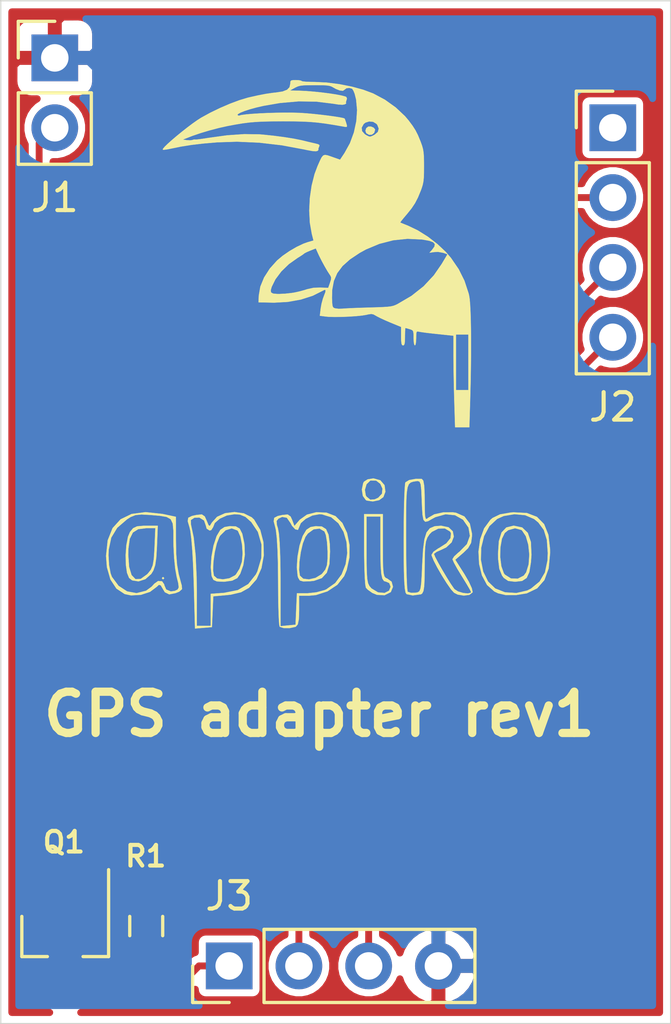
<source format=kicad_pcb>
(kicad_pcb (version 20171130) (host pcbnew 5.1.5-52549c5~84~ubuntu18.04.1)

  (general
    (thickness 1.6)
    (drawings 5)
    (tracks 25)
    (zones 0)
    (modules 7)
    (nets 8)
  )

  (page A4)
  (layers
    (0 F.Cu signal)
    (31 B.Cu signal)
    (32 B.Adhes user)
    (33 F.Adhes user)
    (34 B.Paste user)
    (35 F.Paste user)
    (36 B.SilkS user)
    (37 F.SilkS user)
    (38 B.Mask user)
    (39 F.Mask user)
    (40 Dwgs.User user)
    (41 Cmts.User user)
    (42 Eco1.User user)
    (43 Eco2.User user)
    (44 Edge.Cuts user)
    (45 Margin user)
    (46 B.CrtYd user)
    (47 F.CrtYd user)
    (48 B.Fab user)
    (49 F.Fab user hide)
  )

  (setup
    (last_trace_width 0.25)
    (trace_clearance 0.2)
    (zone_clearance 0.254)
    (zone_45_only no)
    (trace_min 0.2)
    (via_size 0.8)
    (via_drill 0.4)
    (via_min_size 0.4)
    (via_min_drill 0.3)
    (uvia_size 0.3)
    (uvia_drill 0.1)
    (uvias_allowed no)
    (uvia_min_size 0.2)
    (uvia_min_drill 0.1)
    (edge_width 0.05)
    (segment_width 0.2)
    (pcb_text_width 0.3)
    (pcb_text_size 1.5 1.5)
    (mod_edge_width 0.12)
    (mod_text_size 1 1)
    (mod_text_width 0.15)
    (pad_size 1.524 1.524)
    (pad_drill 0.762)
    (pad_to_mask_clearance 0.051)
    (solder_mask_min_width 0.25)
    (aux_axis_origin 0 0)
    (visible_elements FFFFFF7F)
    (pcbplotparams
      (layerselection 0x010f0_ffffffff)
      (usegerberextensions true)
      (usegerberattributes false)
      (usegerberadvancedattributes false)
      (creategerberjobfile false)
      (excludeedgelayer true)
      (linewidth 0.100000)
      (plotframeref false)
      (viasonmask false)
      (mode 1)
      (useauxorigin false)
      (hpglpennumber 1)
      (hpglpenspeed 20)
      (hpglpendiameter 15.000000)
      (psnegative false)
      (psa4output false)
      (plotreference true)
      (plotvalue true)
      (plotinvisibletext false)
      (padsonsilk false)
      (subtractmaskfromsilk false)
      (outputformat 1)
      (mirror false)
      (drillshape 0)
      (scaleselection 1)
      (outputdirectory "Gerber/"))
  )

  (net 0 "")
  (net 1 VDD)
  (net 2 GND)
  (net 3 /RX_GPS)
  (net 4 /TX_GPS)
  (net 5 /~PWR_EN_GPS)
  (net 6 "Net-(J2-Pad1)")
  (net 7 /VCC_GPS)

  (net_class Default "This is the default net class."
    (clearance 0.2)
    (trace_width 0.25)
    (via_dia 0.8)
    (via_drill 0.4)
    (uvia_dia 0.3)
    (uvia_drill 0.1)
    (add_net /RX_GPS)
    (add_net /TX_GPS)
    (add_net /VCC_GPS)
    (add_net /~PWR_EN_GPS)
    (add_net GND)
    (add_net "Net-(J2-Pad1)")
    (add_net VDD)
  )

  (module sense_fp:Appiko_Logo_2 (layer F.Cu) (tedit 5C021CA6) (tstamp 5E4679EE)
    (at 148.65 99.3)
    (fp_text reference G*** (at 0.07 -4.46) (layer F.SilkS) hide
      (effects (font (size 1.524 1.524) (thickness 0.3)))
    )
    (fp_text value Appiko_Logo_2 (at -0.1 -8.89) (layer F.SilkS) hide
      (effects (font (size 1.524 1.524) (thickness 0.3)))
    )
    (fp_poly (pts (xy 9.339914 -0.941537) (xy 9.542887 -0.747237) (xy 9.654506 -0.418071) (xy 9.676789 0.050323)
      (xy 9.656832 0.321177) (xy 9.599833 0.674849) (xy 9.501777 0.890187) (xy 9.33804 0.997392)
      (xy 9.083996 1.026665) (xy 9.081584 1.026666) (xy 8.832262 0.997706) (xy 8.671312 0.887341)
      (xy 8.608853 0.803257) (xy 8.510476 0.559845) (xy 8.466278 0.197548) (xy 8.465001 0.134842)
      (xy 8.538462 0.134842) (xy 8.580266 0.468279) (xy 8.670427 0.719898) (xy 8.708408 0.772013)
      (xy 8.92956 0.911168) (xy 9.179984 0.920994) (xy 9.399371 0.807981) (xy 9.488987 0.688)
      (xy 9.578437 0.393662) (xy 9.60196 0.040937) (xy 9.565738 -0.316801) (xy 9.475953 -0.62618)
      (xy 9.338787 -0.833827) (xy 9.310158 -0.855871) (xy 9.079938 -0.918106) (xy 8.833534 -0.849164)
      (xy 8.70469 -0.746572) (xy 8.600525 -0.533563) (xy 8.545165 -0.219432) (xy 8.538462 0.134842)
      (xy 8.465001 0.134842) (xy 8.46247 0.010666) (xy 8.493383 -0.447488) (xy 8.59126 -0.760495)
      (xy 8.763812 -0.941833) (xy 9.018749 -1.004984) (xy 9.04357 -1.005334) (xy 9.339914 -0.941537)) (layer F.SilkS) (width 0.01))
    (fp_poly (pts (xy -3.694667 0.899666) (xy -3.737 0.942) (xy -3.779334 0.899666) (xy -3.737 0.857333)
      (xy -3.694667 0.899666)) (layer F.SilkS) (width 0.01))
    (fp_poly (pts (xy -3.96141 -0.249399) (xy -3.985343 0.151466) (xy -4.025785 0.426898) (xy -4.091848 0.620634)
      (xy -4.168705 0.745434) (xy -4.381655 0.933283) (xy -4.630276 1.01381) (xy -4.860933 0.977293)
      (xy -4.971879 0.891027) (xy -5.048452 0.70357) (xy -5.089769 0.405368) (xy -5.096827 0.051085)
      (xy -5.096665 0.048876) (xy -5.007 0.048876) (xy -4.975807 0.49025) (xy -4.885977 0.787726)
      (xy -4.743132 0.936079) (xy -4.552896 0.930084) (xy -4.320893 0.764515) (xy -4.280926 0.723562)
      (xy -4.176285 0.590314) (xy -4.11041 0.432203) (xy -4.071733 0.20341) (xy -4.048687 -0.141885)
      (xy -4.045812 -0.207771) (xy -4.015957 -0.920667) (xy -4.35019 -0.920667) (xy -4.641785 -0.884712)
      (xy -4.837607 -0.76203) (xy -4.952713 -0.530397) (xy -5.002159 -0.167587) (xy -5.007 0.048876)
      (xy -5.096665 0.048876) (xy -5.070618 -0.304614) (xy -5.012138 -0.607067) (xy -4.941549 -0.775868)
      (xy -4.826779 -0.915666) (xy -4.681971 -0.983863) (xy -4.44589 -1.004689) (xy -4.361625 -1.005334)
      (xy -3.931819 -1.005334) (xy -3.96141 -0.249399)) (layer F.SilkS) (width 0.01))
    (fp_poly (pts (xy 2.046205 -0.976944) (xy 2.195988 -0.881791) (xy 2.286669 -0.680228) (xy 2.331274 -0.348994)
      (xy 2.34155 -0.065247) (xy 2.318248 0.386984) (xy 2.222847 0.700606) (xy 2.041529 0.895997)
      (xy 1.760474 0.993535) (xy 1.612396 1.010026) (xy 1.370691 1.017054) (xy 1.245234 0.981119)
      (xy 1.184122 0.87923) (xy 1.165347 0.811998) (xy 1.145956 0.610205) (xy 1.214909 0.610205)
      (xy 1.244433 0.809306) (xy 1.366384 0.920795) (xy 1.575166 0.946307) (xy 1.815117 0.891354)
      (xy 2.030577 0.76145) (xy 2.064813 0.728048) (xy 2.173426 0.589431) (xy 2.233 0.430682)
      (xy 2.256092 0.198943) (xy 2.256664 -0.079427) (xy 2.236782 -0.411135) (xy 2.193407 -0.671055)
      (xy 2.141173 -0.80109) (xy 1.960413 -0.906656) (xy 1.743063 -0.877374) (xy 1.534971 -0.726309)
      (xy 1.444901 -0.602691) (xy 1.351183 -0.366821) (xy 1.275678 -0.044258) (xy 1.227287 0.302313)
      (xy 1.214909 0.610205) (xy 1.145956 0.610205) (xy 1.135569 0.502126) (xy 1.162347 0.110408)
      (xy 1.235906 -0.289204) (xy 1.346472 -0.622754) (xy 1.358285 -0.647785) (xy 1.485682 -0.859121)
      (xy 1.635297 -0.95745) (xy 1.824295 -0.988948) (xy 2.046205 -0.976944)) (layer F.SilkS) (width 0.01))
    (fp_poly (pts (xy -1.092282 -0.982916) (xy -0.949011 -0.901746) (xy -0.854848 -0.715808) (xy -0.786082 -0.395471)
      (xy -0.774681 -0.321981) (xy -0.761349 0.049421) (xy -0.817102 0.424137) (xy -0.928576 0.739884)
      (xy -1.035952 0.895856) (xy -1.219289 0.986849) (xy -1.503845 1.026207) (xy -1.540102 1.026666)
      (xy -1.777928 1.014709) (xy -1.90033 0.960668) (xy -1.960569 0.837289) (xy -1.968456 0.807471)
      (xy -1.987193 0.610246) (xy -1.917768 0.610246) (xy -1.888234 0.809306) (xy -1.768367 0.913887)
      (xy -1.55906 0.944904) (xy -1.321733 0.905703) (xy -1.117804 0.799631) (xy -1.081347 0.76534)
      (xy -0.949801 0.556292) (xy -0.86244 0.299067) (xy -0.861795 0.29567) (xy -0.837946 -0.000905)
      (xy -0.859543 -0.323218) (xy -0.917719 -0.612177) (xy -1.003603 -0.80869) (xy -1.032211 -0.839772)
      (xy -1.237165 -0.914158) (xy -1.460003 -0.84551) (xy -1.658507 -0.649099) (xy -1.687619 -0.602691)
      (xy -1.781406 -0.366836) (xy -1.856966 -0.044264) (xy -1.905389 0.302328) (xy -1.917768 0.610246)
      (xy -1.987193 0.610246) (xy -1.997516 0.501595) (xy -1.970718 0.113186) (xy -1.89787 -0.284205)
      (xy -1.788781 -0.617029) (xy -1.774382 -0.647785) (xy -1.646985 -0.859121) (xy -1.49737 -0.95745)
      (xy -1.308371 -0.988948) (xy -1.092282 -0.982916)) (layer F.SilkS) (width 0.01))
    (fp_poly (pts (xy 4.173552 -2.657858) (xy 4.325897 -2.48186) (xy 4.357747 -2.245541) (xy 4.283022 -2.049213)
      (xy 4.129235 -1.938936) (xy 3.900544 -1.892356) (xy 3.68418 -1.924333) (xy 3.650166 -1.941402)
      (xy 3.539898 -2.09288) (xy 3.506655 -2.310545) (xy 3.610173 -2.310545) (xy 3.642503 -2.108849)
      (xy 3.672245 -2.062568) (xy 3.809091 -1.952008) (xy 3.972502 -1.96475) (xy 4.100232 -2.024313)
      (xy 4.237168 -2.170512) (xy 4.254484 -2.356671) (xy 4.176009 -2.532772) (xy 4.025573 -2.648795)
      (xy 3.827002 -2.65472) (xy 3.803735 -2.646691) (xy 3.670117 -2.517368) (xy 3.610173 -2.310545)
      (xy 3.506655 -2.310545) (xy 3.504755 -2.322982) (xy 3.552781 -2.554852) (xy 3.580514 -2.606945)
      (xy 3.712171 -2.691324) (xy 3.923079 -2.726885) (xy 3.925333 -2.726889) (xy 4.173552 -2.657858)) (layer F.SilkS) (width 0.01))
    (fp_poly (pts (xy 9.509786 -1.467913) (xy 9.877542 -1.327691) (xy 10.13685 -1.065271) (xy 10.293879 -0.673781)
      (xy 10.354801 -0.146349) (xy 10.355933 -0.01322) (xy 10.302407 0.54392) (xy 10.146944 0.968687)
      (xy 9.883919 1.267985) (xy 9.507709 1.448714) (xy 9.112304 1.51318) (xy 8.746541 1.513141)
      (xy 8.467813 1.448197) (xy 8.328 1.382087) (xy 8.062943 1.146204) (xy 7.877923 0.799741)
      (xy 7.773856 0.381828) (xy 7.76671 0.236863) (xy 7.835373 0.236863) (xy 7.918227 0.659482)
      (xy 8.095846 1.021745) (xy 8.357023 1.2759) (xy 8.717408 1.416791) (xy 9.130597 1.441553)
      (xy 9.525892 1.349901) (xy 9.662273 1.281124) (xy 9.975732 1.02409) (xy 10.171547 0.693046)
      (xy 10.263576 0.258684) (xy 10.275016 -0.014705) (xy 10.241815 -0.494218) (xy 10.131851 -0.852559)
      (xy 9.930491 -1.126078) (xy 9.776707 -1.252659) (xy 9.452886 -1.392015) (xy 9.060946 -1.429081)
      (xy 8.667887 -1.363627) (xy 8.42891 -1.257268) (xy 8.144053 -0.993177) (xy 7.949421 -0.629462)
      (xy 7.846149 -0.206117) (xy 7.835373 0.236863) (xy 7.76671 0.236863) (xy 7.75166 -0.068401)
      (xy 7.812252 -0.511816) (xy 7.956548 -0.909285) (xy 8.185466 -1.221675) (xy 8.265411 -1.288987)
      (xy 8.535318 -1.41859) (xy 8.927186 -1.485832) (xy 9.027411 -1.492809) (xy 9.509786 -1.467913)) (layer F.SilkS) (width 0.01))
    (fp_poly (pts (xy 5.682166 -2.708039) (xy 5.737056 -2.646106) (xy 5.770987 -2.459952) (xy 5.786427 -2.131458)
      (xy 5.788 -1.93062) (xy 5.790653 -1.571237) (xy 5.80207 -1.355624) (xy 5.82744 -1.258254)
      (xy 5.871949 -1.253603) (xy 5.917721 -1.292294) (xy 6.14068 -1.419909) (xy 6.462206 -1.490676)
      (xy 6.817651 -1.492852) (xy 6.93164 -1.476466) (xy 7.234287 -1.342928) (xy 7.43119 -1.085746)
      (xy 7.510469 -0.722216) (xy 7.511035 -0.63297) (xy 7.478013 -0.38394) (xy 7.368225 -0.192051)
      (xy 7.201793 -0.030399) (xy 6.901545 0.229145) (xy 7.240194 0.761776) (xy 7.398638 1.035318)
      (xy 7.503617 1.264659) (xy 7.535104 1.405113) (xy 7.532745 1.414537) (xy 7.419191 1.503915)
      (xy 7.216734 1.531033) (xy 6.994519 1.494415) (xy 6.862555 1.428833) (xy 6.750305 1.304301)
      (xy 6.593269 1.080265) (xy 6.417959 0.801349) (xy 6.250886 0.512183) (xy 6.118561 0.257391)
      (xy 6.047496 0.081602) (xy 6.042 0.047583) (xy 6.111622 -0.060712) (xy 6.282714 -0.179353)
      (xy 6.317951 -0.197003) (xy 6.582425 -0.366416) (xy 6.733115 -0.555937) (xy 6.750412 -0.735685)
      (xy 6.713827 -0.800302) (xy 6.52405 -0.911502) (xy 6.282702 -0.903931) (xy 6.050169 -0.785854)
      (xy 5.963478 -0.697582) (xy 5.885505 -0.579172) (xy 5.834447 -0.436582) (xy 5.804829 -0.2331)
      (xy 5.791174 0.067985) (xy 5.788 0.478692) (xy 5.784256 0.904929) (xy 5.770483 1.190572)
      (xy 5.742862 1.364248) (xy 5.697579 1.454583) (xy 5.654075 1.483274) (xy 5.353225 1.524982)
      (xy 5.131833 1.478593) (xy 5.096003 1.422134) (xy 5.068631 1.274817) (xy 5.048896 1.020907)
      (xy 5.035977 0.644669) (xy 5.029053 0.130367) (xy 5.027296 -0.525556) (xy 5.029734 -0.989676)
      (xy 5.110655 -0.989676) (xy 5.110666 -0.598769) (xy 5.113199 -0.042253) (xy 5.120299 0.456986)
      (xy 5.13122 0.874249) (xy 5.145215 1.184836) (xy 5.161538 1.364048) (xy 5.170998 1.397442)
      (xy 5.292925 1.434526) (xy 5.446164 1.43272) (xy 5.536395 1.417286) (xy 5.598308 1.376744)
      (xy 5.63891 1.282392) (xy 5.665207 1.105528) (xy 5.684205 0.817453) (xy 5.702909 0.389464)
      (xy 5.703333 0.379173) (xy 5.733398 -0.139887) (xy 5.78186 -0.512843) (xy 5.860181 -0.762779)
      (xy 5.979824 -0.912782) (xy 6.152254 -0.985938) (xy 6.388934 -1.005333) (xy 6.39081 -1.005334)
      (xy 6.658353 -0.948937) (xy 6.811169 -0.804747) (xy 6.848434 -0.61027) (xy 6.769328 -0.403009)
      (xy 6.573027 -0.220467) (xy 6.409718 -0.142336) (xy 6.222549 -0.059171) (xy 6.129082 0.012698)
      (xy 6.126666 0.021607) (xy 6.167913 0.125387) (xy 6.27483 0.328859) (xy 6.422184 0.588851)
      (xy 6.584743 0.862189) (xy 6.737271 1.105701) (xy 6.854537 1.276214) (xy 6.874928 1.301833)
      (xy 7.001757 1.383462) (xy 7.186432 1.439187) (xy 7.364691 1.458013) (xy 7.47227 1.428944)
      (xy 7.481333 1.405591) (xy 7.439281 1.31764) (xy 7.328164 1.12596) (xy 7.17054 0.869226)
      (xy 7.142666 0.824942) (xy 6.978929 0.55555) (xy 6.858705 0.338434) (xy 6.804922 0.215369)
      (xy 6.804 0.207939) (xy 6.866151 0.109582) (xy 7.01984 -0.031304) (xy 7.062255 -0.063759)
      (xy 7.33105 -0.33818) (xy 7.43902 -0.639463) (xy 7.388821 -0.939607) (xy 7.188718 -1.226995)
      (xy 6.897572 -1.392) (xy 6.549344 -1.42646) (xy 6.177999 -1.322218) (xy 6.060625 -1.258716)
      (xy 5.90987 -1.173925) (xy 5.809615 -1.154031) (xy 5.74804 -1.221626) (xy 5.71333 -1.399299)
      (xy 5.693667 -1.709641) (xy 5.683836 -1.979) (xy 5.669051 -2.315399) (xy 5.646303 -2.515148)
      (xy 5.605964 -2.610921) (xy 5.538404 -2.635395) (xy 5.491666 -2.631145) (xy 5.370726 -2.611954)
      (xy 5.278523 -2.581172) (xy 5.21116 -2.518024) (xy 5.164744 -2.401736) (xy 5.13538 -2.211531)
      (xy 5.119174 -1.926637) (xy 5.11223 -1.526276) (xy 5.110655 -0.989676) (xy 5.029734 -0.989676)
      (xy 5.030254 -1.088501) (xy 5.037841 -1.596749) (xy 5.049282 -2.025171) (xy 5.063803 -2.348637)
      (xy 5.080627 -2.542015) (xy 5.090796 -2.584165) (xy 5.225197 -2.66558) (xy 5.462823 -2.70922)
      (xy 5.682166 -2.708039)) (layer F.SilkS) (width 0.01))
    (fp_poly (pts (xy 4.264 -0.277741) (xy 4.265717 0.185675) (xy 4.273333 0.507064) (xy 4.290542 0.713718)
      (xy 4.321037 0.832929) (xy 4.368514 0.89199) (xy 4.425505 0.91542) (xy 4.583826 1.028961)
      (xy 4.633564 1.213746) (xy 4.557151 1.398227) (xy 4.546748 1.409156) (xy 4.327092 1.518665)
      (xy 4.050414 1.50309) (xy 3.883 1.433494) (xy 3.7204 1.317891) (xy 3.651463 1.245569)
      (xy 3.62974 1.132526) (xy 3.611149 0.882002) (xy 3.597151 0.525838) (xy 3.589207 0.095878)
      (xy 3.587963 -0.1375) (xy 3.586752 -1.344) (xy 3.671333 -1.344) (xy 3.671333 -0.119632)
      (xy 3.672874 0.362157) (xy 3.680111 0.704184) (xy 3.696966 0.936008) (xy 3.727359 1.08719)
      (xy 3.775211 1.187292) (xy 3.844444 1.265874) (xy 3.856631 1.277368) (xy 4.092292 1.418985)
      (xy 4.331394 1.438933) (xy 4.49445 1.355016) (xy 4.552398 1.211157) (xy 4.501276 1.075378)
      (xy 4.391 1.026666) (xy 4.309358 1.002742) (xy 4.251191 0.915698) (xy 4.212821 0.742625)
      (xy 4.190573 0.460615) (xy 4.180771 0.046759) (xy 4.179333 -0.292592) (xy 4.179333 -1.344)
      (xy 3.671333 -1.344) (xy 3.586752 -1.344) (xy 3.586666 -1.428667) (xy 4.264 -1.428667)
      (xy 4.264 -0.277741)) (layer F.SilkS) (width 0.01))
    (fp_poly (pts (xy -3.760265 -1.434348) (xy -3.698835 -1.421651) (xy -3.271334 -1.329969) (xy -3.269314 -0.469151)
      (xy -3.26019 0.022143) (xy -3.230058 0.407442) (xy -3.170799 0.749593) (xy -3.074293 1.111442)
      (xy -3.058318 1.164087) (xy -3.049238 1.297253) (xy -3.149348 1.387486) (xy -3.284608 1.44194)
      (xy -3.512425 1.485938) (xy -3.670349 1.409474) (xy -3.801605 1.189728) (xy -3.813295 1.162826)
      (xy -3.886801 1.136996) (xy -3.971415 1.213838) (xy -4.213503 1.395608) (xy -4.546538 1.503983)
      (xy -4.902417 1.523687) (xy -5.134 1.474601) (xy -5.433459 1.277254) (xy -5.652053 0.945827)
      (xy -5.780241 0.499818) (xy -5.811334 0.090505) (xy -5.809129 0.069725) (xy -5.726667 0.069725)
      (xy -5.705265 0.425512) (xy -5.648591 0.726862) (xy -5.601359 0.854062) (xy -5.357991 1.180143)
      (xy -5.047376 1.382187) (xy -4.703659 1.446658) (xy -4.360986 1.360025) (xy -4.345268 1.351896)
      (xy -4.151251 1.2098) (xy -4.052184 1.101443) (xy -3.916275 1.004631) (xy -3.774359 1.016194)
      (xy -3.696499 1.126155) (xy -3.694667 1.152358) (xy -3.624983 1.313449) (xy -3.455501 1.384889)
      (xy -3.303171 1.362258) (xy -3.202613 1.313156) (xy -3.16383 1.235978) (xy -3.181091 1.084105)
      (xy -3.239671 0.845557) (xy -3.292235 0.553957) (xy -3.332439 0.161573) (xy -3.354 -0.263156)
      (xy -3.356 -0.42206) (xy -3.358008 -0.823102) (xy -3.382414 -1.086772) (xy -3.456791 -1.244953)
      (xy -3.608713 -1.329528) (xy -3.865753 -1.372381) (xy -4.202667 -1.401048) (xy -4.522514 -1.418146)
      (xy -4.738907 -1.397591) (xy -4.915743 -1.327559) (xy -5.047319 -1.244743) (xy -5.408443 -0.933762)
      (xy -5.625772 -0.575838) (xy -5.719368 -0.13215) (xy -5.726667 0.069725) (xy -5.809129 0.069725)
      (xy -5.751377 -0.47446) (xy -5.573893 -0.918512) (xy -5.282461 -1.239088) (xy -4.880659 -1.433628)
      (xy -4.372068 -1.499568) (xy -3.760265 -1.434348)) (layer F.SilkS) (width 0.01))
    (fp_poly (pts (xy 2.213637 -1.480666) (xy 2.540455 -1.355459) (xy 2.790051 -1.105478) (xy 2.96145 -0.743399)
      (xy 3.048751 -0.310244) (xy 3.046054 0.152959) (xy 2.947457 0.605188) (xy 2.854293 0.826405)
      (xy 2.608168 1.138578) (xy 2.248683 1.376559) (xy 1.825225 1.512918) (xy 1.57906 1.534666)
      (xy 1.216 1.534666) (xy 1.216 2.075941) (xy 1.205268 2.393653) (xy 1.167867 2.577634)
      (xy 1.095992 2.66243) (xy 1.082075 2.668608) (xy 0.873797 2.713002) (xy 0.656133 2.712081)
      (xy 0.513685 2.666593) (xy 0.510444 2.663555) (xy 0.492788 2.564957) (xy 0.47739 2.324291)
      (xy 0.465177 1.968816) (xy 0.457073 1.525791) (xy 0.454004 1.022476) (xy 0.454 1.001211)
      (xy 0.448383 0.383107) (xy 0.432332 -0.147573) (xy 0.407045 -0.567233) (xy 0.373721 -0.852278)
      (xy 0.355768 -0.932557) (xy 0.294735 -1.168144) (xy 0.296685 -1.180726) (xy 0.393073 -1.180726)
      (xy 0.407266 -1.028402) (xy 0.442547 -0.917125) (xy 0.478388 -0.723363) (xy 0.506795 -0.380526)
      (xy 0.526758 0.091246) (xy 0.537269 0.671817) (xy 0.538666 1.002331) (xy 0.538666 2.646062)
      (xy 1.089 2.593) (xy 1.13907 1.45) (xy 1.524572 1.45) (xy 1.840316 1.417284)
      (xy 2.143334 1.336063) (xy 2.205593 1.309767) (xy 2.533734 1.078846) (xy 2.769229 0.761737)
      (xy 2.914742 0.387571) (xy 2.972936 -0.014522) (xy 2.946475 -0.415409) (xy 2.838023 -0.785959)
      (xy 2.650244 -1.097042) (xy 2.385801 -1.319527) (xy 2.04736 -1.424281) (xy 1.955181 -1.428667)
      (xy 1.700278 -1.381058) (xy 1.456377 -1.261128) (xy 1.277289 -1.103225) (xy 1.216 -0.956855)
      (xy 1.174845 -0.858044) (xy 1.077197 -0.880131) (xy 0.961781 -1.003988) (xy 0.903602 -1.111167)
      (xy 0.769835 -1.301514) (xy 0.598531 -1.329799) (xy 0.463714 -1.267129) (xy 0.393073 -1.180726)
      (xy 0.296685 -1.180726) (xy 0.314161 -1.293435) (xy 0.441386 -1.35892) (xy 0.606548 -1.395677)
      (xy 0.800703 -1.414013) (xy 0.904914 -1.341347) (xy 0.959999 -1.222262) (xy 1.046249 -0.995407)
      (xy 1.24194 -1.22291) (xy 1.50348 -1.408923) (xy 1.847338 -1.496879) (xy 2.213637 -1.480666)) (layer F.SilkS) (width 0.01))
    (fp_poly (pts (xy -0.796943 -1.455126) (xy -0.510377 -1.311381) (xy -0.422757 -1.227734) (xy -0.20047 -0.854837)
      (xy -0.084087 -0.407762) (xy -0.070307 0.069854) (xy -0.155828 0.534375) (xy -0.337348 0.942165)
      (xy -0.610098 1.248469) (xy -0.897887 1.409092) (xy -1.267708 1.496601) (xy -1.402053 1.511521)
      (xy -1.909452 1.55753) (xy -1.959 2.677666) (xy -2.265596 2.703294) (xy -2.572191 2.728921)
      (xy -2.617524 1.052294) (xy -2.639356 0.439233) (xy -2.668746 -0.094403) (xy -2.703821 -0.52406)
      (xy -2.742708 -0.825182) (xy -2.769612 -0.941762) (xy -2.836771 -1.172682) (xy -2.830155 -1.213536)
      (xy -2.729603 -1.213536) (xy -2.725088 -1.060672) (xy -2.623899 -0.581663) (xy -2.554524 0.057711)
      (xy -2.517494 0.851398) (xy -2.511036 1.3865) (xy -2.509334 2.635333) (xy -2.001334 2.635333)
      (xy -2.001334 1.470352) (xy -1.508964 1.434737) (xy -1.014365 1.33612) (xy -0.633857 1.116053)
      (xy -0.356919 0.767743) (xy -0.299994 0.654042) (xy -0.155217 0.163304) (xy -0.150761 -0.329188)
      (xy -0.281812 -0.784285) (xy -0.520399 -1.138925) (xy -0.733463 -1.330582) (xy -0.9384 -1.414279)
      (xy -1.13208 -1.428667) (xy -1.414643 -1.382968) (xy -1.672712 -1.265898) (xy -1.856333 -1.107499)
      (xy -1.916667 -0.956855) (xy -1.984575 -0.84997) (xy -2.043667 -0.836) (xy -2.148709 -0.905893)
      (xy -2.170667 -0.994967) (xy -2.241514 -1.199024) (xy -2.416928 -1.308537) (xy -2.597678 -1.3005)
      (xy -2.729603 -1.213536) (xy -2.830155 -1.213536) (xy -2.816862 -1.295614) (xy -2.682275 -1.361121)
      (xy -2.521203 -1.39666) (xy -2.326375 -1.416581) (xy -2.220669 -1.344436) (xy -2.151223 -1.191815)
      (xy -2.080843 -1.022532) (xy -2.031786 -0.998021) (xy -1.968029 -1.103726) (xy -1.962178 -1.115438)
      (xy -1.76862 -1.330223) (xy -1.476362 -1.460878) (xy -1.135704 -1.503736) (xy -0.796943 -1.455126)) (layer F.SilkS) (width 0.01))
  )

  (module sense_fp:Appiko_LOGO_img (layer F.Cu) (tedit 0) (tstamp 5E467942)
    (at 150.5 88.4)
    (fp_text reference G*** (at 0 0) (layer F.SilkS) hide
      (effects (font (size 1.524 1.524) (thickness 0.3)))
    )
    (fp_text value Appiko_LOGO_img (at 0.75 0) (layer F.SilkS) hide
      (effects (font (size 1.524 1.524) (thickness 0.3)))
    )
    (fp_poly (pts (xy -0.626652 -6.303534) (xy -0.553638 -6.286384) (xy -0.544285 -6.276194) (xy -0.502021 -6.26229)
      (xy -0.387571 -6.251009) (xy -0.219453 -6.243669) (xy -0.056696 -6.241516) (xy 0.37373 -6.220636)
      (xy 0.829996 -6.162711) (xy 1.283289 -6.073408) (xy 1.704796 -5.958399) (xy 2.063444 -5.824359)
      (xy 2.49079 -5.597172) (xy 2.885341 -5.315281) (xy 3.223935 -4.996311) (xy 3.354606 -4.841875)
      (xy 3.496427 -4.651869) (xy 3.602953 -4.485099) (xy 3.69205 -4.309756) (xy 3.781583 -4.094027)
      (xy 3.796858 -4.054381) (xy 3.844028 -3.922842) (xy 3.87653 -3.804401) (xy 3.89702 -3.678981)
      (xy 3.908152 -3.526503) (xy 3.91258 -3.326888) (xy 3.913124 -3.175) (xy 3.911451 -2.937058)
      (xy 3.904668 -2.758407) (xy 3.89013 -2.61899) (xy 3.865192 -2.498752) (xy 3.827209 -2.377638)
      (xy 3.797306 -2.296855) (xy 3.693153 -2.044571) (xy 3.58705 -1.838858) (xy 3.460175 -1.648298)
      (xy 3.293703 -1.441471) (xy 3.264424 -1.407415) (xy 3.161434 -1.285612) (xy 3.085742 -1.190796)
      (xy 3.049249 -1.138096) (xy 3.048046 -1.132314) (xy 3.093191 -1.112473) (xy 3.19779 -1.069767)
      (xy 3.328166 -1.017812) (xy 3.687096 -0.84615) (xy 4.052805 -0.617428) (xy 4.401626 -0.349355)
      (xy 4.709895 -0.059643) (xy 4.895579 0.155147) (xy 5.177185 0.565429) (xy 5.385718 0.982756)
      (xy 5.535259 1.436197) (xy 5.555502 1.517599) (xy 5.576351 1.650805) (xy 5.593676 1.856211)
      (xy 5.607404 2.126701) (xy 5.617465 2.455159) (xy 5.623784 2.834467) (xy 5.626289 3.257508)
      (xy 5.624909 3.717167) (xy 5.619571 4.206326) (xy 5.610202 4.717868) (xy 5.596731 5.244678)
      (xy 5.594246 5.328046) (xy 5.564403 6.310312) (xy 5.049169 6.310312) (xy 5.019326 5.328046)
      (xy 5.010446 5.004944) (xy 5.002609 4.660789) (xy 4.996233 4.318838) (xy 4.991735 4.002343)
      (xy 4.989535 3.73456) (xy 4.989384 3.663603) (xy 4.989286 2.981426) (xy 4.796518 2.96094)
      (xy 4.658399 2.946303) (xy 4.569209 2.936875) (xy 5.08 2.936875) (xy 5.08 4.960937)
      (xy 5.533572 4.960937) (xy 5.533572 2.936875) (xy 5.08 2.936875) (xy 4.569209 2.936875)
      (xy 4.467096 2.926081) (xy 4.259488 2.904171) (xy 4.218215 2.89982) (xy 4.027959 2.878101)
      (xy 3.862222 2.856202) (xy 3.749594 2.83799) (xy 3.730625 2.83387) (xy 3.676211 2.824814)
      (xy 3.645659 2.842346) (xy 3.632098 2.902443) (xy 3.628658 3.02108) (xy 3.628572 3.071152)
      (xy 3.622265 3.207776) (xy 3.60551 3.301522) (xy 3.583215 3.33375) (xy 3.559864 3.29709)
      (xy 3.543758 3.199044) (xy 3.537858 3.059819) (xy 3.536157 2.915402) (xy 3.524979 2.830102)
      (xy 3.49521 2.783661) (xy 3.437737 2.755822) (xy 3.395018 2.742319) (xy 3.293567 2.712678)
      (xy 3.237906 2.698877) (xy 3.236268 2.69875) (xy 3.228879 2.735304) (xy 3.223315 2.832446)
      (xy 3.220517 2.97139) (xy 3.220358 3.01625) (xy 3.217153 3.179156) (xy 3.205526 3.276922)
      (xy 3.182457 3.323642) (xy 3.152322 3.33375) (xy 3.118225 3.319297) (xy 3.097394 3.266705)
      (xy 3.087018 3.162118) (xy 3.084286 2.998315) (xy 3.084286 2.66288) (xy 2.698149 2.504549)
      (xy 2.508912 2.423693) (xy 2.334782 2.343587) (xy 2.203972 2.277412) (xy 2.170091 2.257793)
      (xy 2.075211 2.205537) (xy 1.993655 2.189354) (xy 1.884559 2.204857) (xy 1.819175 2.220132)
      (xy 1.662846 2.246478) (xy 1.442297 2.268691) (xy 1.183954 2.285629) (xy 0.914246 2.296149)
      (xy 0.659602 2.299109) (xy 0.44645 2.293367) (xy 0.33992 2.284071) (xy 0.124295 2.255778)
      (xy 0.154523 1.997614) (xy 0.186038 1.820725) (xy 0.235087 1.639298) (xy 0.247273 1.606133)
      (xy 0.56209 1.606133) (xy 0.568501 1.775749) (xy 0.57905 1.882574) (xy 0.598954 1.943183)
      (xy 0.633429 1.974154) (xy 0.68316 1.990894) (xy 0.806416 2.005736) (xy 0.94984 2.001503)
      (xy 0.9525 2.001199) (xy 1.049112 1.993945) (xy 1.218148 1.985338) (xy 1.441352 1.976141)
      (xy 1.700466 1.967119) (xy 1.927679 1.960368) (xy 2.221378 1.951741) (xy 2.440088 1.942997)
      (xy 2.59951 1.932211) (xy 2.715348 1.917461) (xy 2.803301 1.896821) (xy 2.879073 1.868367)
      (xy 2.948215 1.835301) (xy 3.460132 1.535917) (xy 3.901495 1.187553) (xy 4.275886 0.786964)
      (xy 4.559399 0.377665) (xy 4.772444 0.021112) (xy 4.621423 -0.032808) (xy 4.431453 -0.067688)
      (xy 4.294703 -0.062145) (xy 4.119004 -0.037561) (xy 4.213967 -0.143196) (xy 4.297854 -0.25934)
      (xy 4.31145 -0.349648) (xy 4.24995 -0.418812) (xy 4.108547 -0.471526) (xy 3.882435 -0.512483)
      (xy 3.828718 -0.51942) (xy 3.310883 -0.543633) (xy 2.795548 -0.490189) (xy 2.290119 -0.36069)
      (xy 1.801996 -0.156737) (xy 1.573664 -0.031467) (xy 1.218936 0.204703) (xy 0.947939 0.446529)
      (xy 0.753892 0.704989) (xy 0.630015 0.991058) (xy 0.569529 1.315713) (xy 0.56209 1.606133)
      (xy 0.247273 1.606133) (xy 0.272728 1.536856) (xy 0.325889 1.397442) (xy 0.334238 1.323371)
      (xy 0.297018 1.310603) (xy 0.23595 1.340547) (xy -0.137238 1.527488) (xy -0.568243 1.665449)
      (xy -1.040148 1.750438) (xy -1.536034 1.778466) (xy -1.616143 1.777406) (xy -2.109107 1.766093)
      (xy -2.0986 1.521481) (xy -2.065689 1.331209) (xy -1.668411 1.331209) (xy -1.656023 1.410777)
      (xy -1.582548 1.452101) (xy -1.436096 1.466397) (xy -1.350798 1.467043) (xy -1.138157 1.456759)
      (xy -0.908841 1.432025) (xy -0.79375 1.413414) (xy -0.609479 1.372339) (xy -0.429921 1.323233)
      (xy -0.340178 1.293488) (xy -0.101778 1.241746) (xy 0.134883 1.234993) (xy 0.428515 1.24419)
      (xy 0.495225 1.056232) (xy 0.532488 0.93762) (xy 0.536774 0.860899) (xy 0.506935 0.79363)
      (xy 0.484795 0.761559) (xy 0.402275 0.6349) (xy 0.300913 0.461389) (xy 0.19555 0.267872)
      (xy 0.101027 0.081199) (xy 0.05951 -0.007773) (xy -0.023862 -0.194139) (xy -0.226119 -0.114904)
      (xy -0.349062 -0.062742) (xy -0.433463 -0.019512) (xy -0.452313 -0.005294) (xy -0.500678 0.032426)
      (xy -0.599704 0.097218) (xy -0.684434 0.148982) (xy -1.003584 0.37474) (xy -1.2798 0.641067)
      (xy -1.497072 0.930158) (xy -1.631598 1.202183) (xy -1.668411 1.331209) (xy -2.065689 1.331209)
      (xy -2.042539 1.197373) (xy -1.906354 0.866046) (xy -1.697338 0.541486) (xy -1.435366 0.249673)
      (xy -1.231147 0.078291) (xy -0.983866 -0.091935) (xy -0.72103 -0.244552) (xy -0.47015 -0.363102)
      (xy -0.324917 -0.414564) (xy -0.106508 -0.478039) (xy -0.169248 -0.725192) (xy -0.23924 -1.124955)
      (xy -0.262053 -1.565764) (xy -0.239711 -2.023814) (xy -0.174238 -2.475301) (xy -0.067657 -2.896421)
      (xy 0.039555 -3.18143) (xy 0.123319 -3.370923) (xy 0.185644 -3.4965) (xy 0.242185 -3.566679)
      (xy 0.3086 -3.589979) (xy 0.400543 -3.574918) (xy 0.533671 -3.530015) (xy 0.622211 -3.498459)
      (xy 0.858886 -3.415284) (xy 1.021746 -3.658427) (xy 1.220243 -4.016746) (xy 1.365078 -4.409559)
      (xy 1.402137 -4.581726) (xy 1.642856 -4.581726) (xy 1.65842 -4.454048) (xy 1.759794 -4.340708)
      (xy 1.836965 -4.294498) (xy 1.911971 -4.259737) (xy 1.968103 -4.254892) (xy 2.04142 -4.283908)
      (xy 2.120447 -4.325503) (xy 2.236189 -4.425265) (xy 2.269855 -4.548747) (xy 2.219199 -4.681973)
      (xy 2.184572 -4.724641) (xy 2.065676 -4.797036) (xy 1.919838 -4.811423) (xy 1.781198 -4.768481)
      (xy 1.71553 -4.71532) (xy 1.642856 -4.581726) (xy 1.402137 -4.581726) (xy 1.453001 -4.818021)
      (xy 1.480768 -5.223289) (xy 1.445132 -5.606519) (xy 1.393192 -5.814219) (xy 1.350471 -5.920908)
      (xy 1.306162 -5.992292) (xy 1.294887 -6.002127) (xy 1.194858 -6.030948) (xy 1.090687 -6.018629)
      (xy 1.025781 -5.970535) (xy 1.024966 -5.96876) (xy 0.964501 -5.927449) (xy 0.853026 -5.9367)
      (xy 0.706512 -5.993539) (xy 0.615088 -6.045061) (xy 0.546513 -6.08237) (xy 0.469985 -6.107185)
      (xy 0.366021 -6.121965) (xy 0.215136 -6.12917) (xy -0.002155 -6.131258) (xy -0.068035 -6.13127)
      (xy -0.303787 -6.129791) (xy -0.469725 -6.123908) (xy -0.586732 -6.110767) (xy -0.67569 -6.087512)
      (xy -0.757484 -6.051289) (xy -0.79375 -6.032051) (xy -0.975178 -5.933282) (xy -0.635 -5.924502)
      (xy -0.380234 -5.912574) (xy -0.100104 -5.890559) (xy 0.187349 -5.860836) (xy 0.464083 -5.825783)
      (xy 0.712056 -5.787779) (xy 0.913229 -5.749201) (xy 1.049559 -5.712428) (xy 1.083341 -5.697986)
      (xy 1.107255 -5.640455) (xy 1.087961 -5.574689) (xy 1.067389 -5.502658) (xy 1.078355 -5.475669)
      (xy 1.073392 -5.458857) (xy 1.032422 -5.434277) (xy 0.945228 -5.417499) (xy 0.793449 -5.427335)
      (xy 0.612133 -5.455806) (xy -0.009714 -5.532466) (xy -0.655724 -5.540988) (xy -1.333332 -5.481143)
      (xy -1.931828 -5.377988) (xy -2.189575 -5.318843) (xy -2.425293 -5.25429) (xy -2.625495 -5.189125)
      (xy -2.776693 -5.128146) (xy -2.8654 -5.076153) (xy -2.880358 -5.040567) (xy -2.831424 -5.013743)
      (xy -2.817661 -5.017485) (xy -2.730819 -5.040798) (xy -2.568701 -5.062641) (xy -2.346743 -5.082349)
      (xy -2.080378 -5.099258) (xy -1.785041 -5.112705) (xy -1.476167 -5.122025) (xy -1.169189 -5.126554)
      (xy -0.879542 -5.125628) (xy -0.62266 -5.118582) (xy -0.551314 -5.115008) (xy -0.330687 -5.099256)
      (xy -0.083045 -5.076376) (xy 0.174699 -5.048545) (xy 0.425634 -5.017942) (xy 0.65285 -4.986743)
      (xy 0.839434 -4.957125) (xy 0.968475 -4.931267) (xy 1.022096 -4.912427) (xy 1.040274 -4.870837)
      (xy 1.071165 -4.780916) (xy 1.080995 -4.74997) (xy 1.108227 -4.653276) (xy 1.100368 -4.614116)
      (xy 1.046488 -4.613517) (xy 1.006364 -4.620405) (xy 0.631816 -4.685711) (xy 0.31753 -4.734854)
      (xy 0.038269 -4.770038) (xy -0.231201 -4.793468) (xy -0.516117 -4.807347) (xy -0.841713 -4.813881)
      (xy -1.224642 -4.815281) (xy -1.611546 -4.813282) (xy -1.929559 -4.80682) (xy -2.200457 -4.794044)
      (xy -2.446013 -4.773107) (xy -2.688004 -4.742158) (xy -2.948204 -4.699349) (xy -3.243035 -4.643876)
      (xy -3.55428 -4.574807) (xy -3.893847 -4.485771) (xy -4.22491 -4.387202) (xy -4.510639 -4.28953)
      (xy -4.558392 -4.271299) (xy -4.875892 -4.147344) (xy -4.717142 -4.125426) (xy -4.597098 -4.118933)
      (xy -4.514241 -4.132129) (xy -4.508862 -4.135003) (xy -4.450278 -4.152441) (xy -4.437637 -4.147517)
      (xy -4.386925 -4.146724) (xy -4.26669 -4.159387) (xy -4.096302 -4.183156) (xy -3.942882 -4.207585)
      (xy -3.253408 -4.302315) (xy -2.628647 -4.345392) (xy -2.070365 -4.336708) (xy -1.954417 -4.327639)
      (xy -1.558198 -4.286211) (xy -1.175224 -4.236021) (xy -0.829062 -4.180582) (xy -0.54328 -4.123407)
      (xy -0.47625 -4.107303) (xy -0.296594 -4.06334) (xy -0.11402 -4.020694) (xy -0.056119 -4.007757)
      (xy 0.061754 -3.977046) (xy 0.10735 -3.94603) (xy 0.097889 -3.90144) (xy 0.092888 -3.892928)
      (xy 0.066188 -3.826174) (xy 0.070728 -3.80103) (xy 0.061241 -3.763719) (xy 0.035114 -3.740056)
      (xy -0.028617 -3.725717) (xy -0.153589 -3.735889) (xy -0.349877 -3.77167) (xy -0.446219 -3.792422)
      (xy -1.272372 -3.945852) (xy -2.095087 -4.040575) (xy -2.896681 -4.07514) (xy -3.607239 -4.052057)
      (xy -4.113173 -4.00913) (xy -4.550572 -3.95797) (xy -4.94141 -3.895632) (xy -5.255176 -3.831262)
      (xy -5.410657 -3.799865) (xy -5.533701 -3.782033) (xy -5.593686 -3.781232) (xy -5.588569 -3.813494)
      (xy -5.524993 -3.888184) (xy -5.413679 -3.996384) (xy -5.265344 -4.129176) (xy -5.090709 -4.277641)
      (xy -4.900493 -4.432862) (xy -4.705415 -4.585919) (xy -4.516194 -4.727894) (xy -4.343549 -4.849869)
      (xy -4.198199 -4.942926) (xy -4.195535 -4.944494) (xy -3.867568 -5.123849) (xy -3.510036 -5.296437)
      (xy -3.147324 -5.451885) (xy -2.803819 -5.579821) (xy -2.503907 -5.669871) (xy -2.471964 -5.677648)
      (xy -2.122705 -5.756103) (xy -1.83542 -5.811069) (xy -1.58706 -5.846726) (xy -1.477615 -5.857968)
      (xy -1.234766 -5.894846) (xy -1.071536 -5.957488) (xy -0.980074 -6.050623) (xy -0.9525 -6.174287)
      (xy -0.947955 -6.25787) (xy -0.917862 -6.29745) (xy -0.837538 -6.309477) (xy -0.748392 -6.310313)
      (xy -0.626652 -6.303534)) (layer F.SilkS) (width 0.01))
    (fp_poly (pts (xy 2.077785 -4.581664) (xy 2.129959 -4.519987) (xy 2.131786 -4.506381) (xy 2.099457 -4.397111)
      (xy 2.019371 -4.333425) (xy 1.916882 -4.325187) (xy 1.81734 -4.38226) (xy 1.816092 -4.383565)
      (xy 1.783881 -4.4707) (xy 1.813982 -4.563449) (xy 1.887334 -4.619786) (xy 1.983463 -4.621168)
      (xy 2.077785 -4.581664)) (layer F.SilkS) (width 0.01))
  )

  (module sense_fp:C_0603_HandSoldering (layer F.Cu) (tedit 58AA848B) (tstamp 5E464F07)
    (at 144.3 112.85 90)
    (descr "Capacitor SMD 0603, hand soldering")
    (tags "capacitor 0603")
    (path /5E46BBC9)
    (attr smd)
    (fp_text reference R1 (at 2.54 -0.02 180) (layer F.SilkS)
      (effects (font (size 0.75 0.75) (thickness 0.15)))
    )
    (fp_text value 33k (at 0 1.5 90) (layer F.Fab)
      (effects (font (size 0.75 0.75) (thickness 0.15)))
    )
    (fp_text user %R (at 0 -1.25 90) (layer F.Fab)
      (effects (font (size 1 1) (thickness 0.15)))
    )
    (fp_line (start -0.8 0.4) (end -0.8 -0.4) (layer F.Fab) (width 0.1))
    (fp_line (start 0.8 0.4) (end -0.8 0.4) (layer F.Fab) (width 0.1))
    (fp_line (start 0.8 -0.4) (end 0.8 0.4) (layer F.Fab) (width 0.1))
    (fp_line (start -0.8 -0.4) (end 0.8 -0.4) (layer F.Fab) (width 0.1))
    (fp_line (start -0.35 -0.6) (end 0.35 -0.6) (layer F.SilkS) (width 0.12))
    (fp_line (start 0.35 0.6) (end -0.35 0.6) (layer F.SilkS) (width 0.12))
    (fp_line (start -1.8 -0.65) (end 1.8 -0.65) (layer F.CrtYd) (width 0.05))
    (fp_line (start -1.8 -0.65) (end -1.8 0.65) (layer F.CrtYd) (width 0.05))
    (fp_line (start 1.8 0.65) (end 1.8 -0.65) (layer F.CrtYd) (width 0.05))
    (fp_line (start 1.8 0.65) (end -1.8 0.65) (layer F.CrtYd) (width 0.05))
    (pad 1 smd rect (at -0.95 0 90) (size 1.2 0.75) (layers F.Cu F.Paste F.Mask)
      (net 1 VDD))
    (pad 2 smd rect (at 0.95 0 90) (size 1.2 0.75) (layers F.Cu F.Paste F.Mask)
      (net 5 /~PWR_EN_GPS))
    (model Capacitors_SMD.3dshapes/C_0603.wrl
      (at (xyz 0 0 0))
      (scale (xyz 1 1 1))
      (rotate (xyz 0 0 0))
    )
  )

  (module sense_fp:SOT-23_Handsoldering (layer F.Cu) (tedit 58CE4E7E) (tstamp 5E46516E)
    (at 141.35 113.2 270)
    (descr "SOT-23, Handsoldering")
    (tags SOT-23)
    (path /5E4697A5)
    (attr smd)
    (fp_text reference Q1 (at -3.4 0.05) (layer F.SilkS)
      (effects (font (size 0.75 0.75) (thickness 0.15)))
    )
    (fp_text value IRLML6401 (at 0 2.5 90) (layer F.Fab)
      (effects (font (size 0.75 0.75) (thickness 0.15)))
    )
    (fp_text user %R (at 0 0) (layer F.Fab)
      (effects (font (size 0.5 0.5) (thickness 0.075)))
    )
    (fp_line (start 0.76 1.58) (end 0.76 0.65) (layer F.SilkS) (width 0.12))
    (fp_line (start 0.76 -1.58) (end 0.76 -0.65) (layer F.SilkS) (width 0.12))
    (fp_line (start -2.7 -1.75) (end 2.7 -1.75) (layer F.CrtYd) (width 0.05))
    (fp_line (start 2.7 -1.75) (end 2.7 1.75) (layer F.CrtYd) (width 0.05))
    (fp_line (start 2.7 1.75) (end -2.7 1.75) (layer F.CrtYd) (width 0.05))
    (fp_line (start -2.7 1.75) (end -2.7 -1.75) (layer F.CrtYd) (width 0.05))
    (fp_line (start 0.76 -1.58) (end -2.4 -1.58) (layer F.SilkS) (width 0.12))
    (fp_line (start -0.7 -0.95) (end -0.7 1.5) (layer F.Fab) (width 0.1))
    (fp_line (start -0.15 -1.52) (end 0.7 -1.52) (layer F.Fab) (width 0.1))
    (fp_line (start -0.7 -0.95) (end -0.15 -1.52) (layer F.Fab) (width 0.1))
    (fp_line (start 0.7 -1.52) (end 0.7 1.52) (layer F.Fab) (width 0.1))
    (fp_line (start -0.7 1.52) (end 0.7 1.52) (layer F.Fab) (width 0.1))
    (fp_line (start 0.76 1.58) (end -0.7 1.58) (layer F.SilkS) (width 0.12))
    (pad 1 smd rect (at -1.5 -0.95 270) (size 1.9 0.8) (layers F.Cu F.Paste F.Mask)
      (net 5 /~PWR_EN_GPS))
    (pad 2 smd rect (at -1.5 0.95 270) (size 1.9 0.8) (layers F.Cu F.Paste F.Mask)
      (net 1 VDD))
    (pad 3 smd rect (at 1.5 0 270) (size 1.9 0.8) (layers F.Cu F.Paste F.Mask)
      (net 7 /VCC_GPS))
    (model ${KISYS3DMOD}/TO_SOT_Packages_SMD.3dshapes\SOT-23.wrl
      (at (xyz 0 0 0))
      (scale (xyz 1 1 1))
      (rotate (xyz 0 0 0))
    )
  )

  (module sense_fp:PinHeader_1x04_P2.54mm_Vertical (layer F.Cu) (tedit 59FED5CC) (tstamp 5E464EE1)
    (at 147.32 114.3 90)
    (descr "Through hole straight pin header, 1x04, 2.54mm pitch, single row")
    (tags "Through hole pin header THT 1x04 2.54mm single row")
    (path /5E464A7F)
    (fp_text reference J3 (at 2.54 0 180) (layer F.SilkS)
      (effects (font (size 1 1) (thickness 0.15)))
    )
    (fp_text value "NEO 6M module" (at 0 9.95 90) (layer F.Fab)
      (effects (font (size 1 1) (thickness 0.15)))
    )
    (fp_text user %R (at 0 3.81) (layer F.Fab)
      (effects (font (size 1 1) (thickness 0.15)))
    )
    (fp_line (start 1.8 -1.8) (end -1.8 -1.8) (layer F.CrtYd) (width 0.05))
    (fp_line (start 1.8 9.4) (end 1.8 -1.8) (layer F.CrtYd) (width 0.05))
    (fp_line (start -1.8 9.4) (end 1.8 9.4) (layer F.CrtYd) (width 0.05))
    (fp_line (start -1.8 -1.8) (end -1.8 9.4) (layer F.CrtYd) (width 0.05))
    (fp_line (start -1.33 -1.33) (end 0 -1.33) (layer F.SilkS) (width 0.12))
    (fp_line (start -1.33 0) (end -1.33 -1.33) (layer F.SilkS) (width 0.12))
    (fp_line (start -1.33 1.27) (end 1.33 1.27) (layer F.SilkS) (width 0.12))
    (fp_line (start 1.33 1.27) (end 1.33 8.95) (layer F.SilkS) (width 0.12))
    (fp_line (start -1.33 1.27) (end -1.33 8.95) (layer F.SilkS) (width 0.12))
    (fp_line (start -1.33 8.95) (end 1.33 8.95) (layer F.SilkS) (width 0.12))
    (fp_line (start -1.27 -0.635) (end -0.635 -1.27) (layer F.Fab) (width 0.1))
    (fp_line (start -1.27 8.89) (end -1.27 -0.635) (layer F.Fab) (width 0.1))
    (fp_line (start 1.27 8.89) (end -1.27 8.89) (layer F.Fab) (width 0.1))
    (fp_line (start 1.27 -1.27) (end 1.27 8.89) (layer F.Fab) (width 0.1))
    (fp_line (start -0.635 -1.27) (end 1.27 -1.27) (layer F.Fab) (width 0.1))
    (pad 4 thru_hole oval (at 0 7.62 90) (size 1.7 1.7) (drill 1) (layers *.Cu *.Mask)
      (net 2 GND))
    (pad 3 thru_hole oval (at 0 5.08 90) (size 1.7 1.7) (drill 1) (layers *.Cu *.Mask)
      (net 4 /TX_GPS))
    (pad 2 thru_hole oval (at 0 2.54 90) (size 1.7 1.7) (drill 1) (layers *.Cu *.Mask)
      (net 3 /RX_GPS))
    (pad 1 thru_hole rect (at 0 0 90) (size 1.7 1.7) (drill 1) (layers *.Cu *.Mask)
      (net 7 /VCC_GPS))
    (model ${KISYS3DMOD}/Connector_PinHeader_2.54mm.3dshapes/PinHeader_1x04_P2.54mm_Vertical.wrl
      (at (xyz 0 0 0))
      (scale (xyz 1 1 1))
      (rotate (xyz 0 0 0))
    )
  )

  (module sense_fp:PinHeader_1x04_P2.54mm_Vertical (layer F.Cu) (tedit 59FED5CC) (tstamp 5E464EC9)
    (at 161.29 83.82)
    (descr "Through hole straight pin header, 1x04, 2.54mm pitch, single row")
    (tags "Through hole pin header THT 1x04 2.54mm single row")
    (path /5E479B22)
    (fp_text reference J2 (at 0 10.16) (layer F.SilkS)
      (effects (font (size 1 1) (thickness 0.15)))
    )
    (fp_text value "SenseEle GPIO" (at 0 9.95) (layer F.Fab)
      (effects (font (size 1 1) (thickness 0.15)))
    )
    (fp_text user %R (at 0 3.81 90) (layer F.Fab)
      (effects (font (size 1 1) (thickness 0.15)))
    )
    (fp_line (start 1.8 -1.8) (end -1.8 -1.8) (layer F.CrtYd) (width 0.05))
    (fp_line (start 1.8 9.4) (end 1.8 -1.8) (layer F.CrtYd) (width 0.05))
    (fp_line (start -1.8 9.4) (end 1.8 9.4) (layer F.CrtYd) (width 0.05))
    (fp_line (start -1.8 -1.8) (end -1.8 9.4) (layer F.CrtYd) (width 0.05))
    (fp_line (start -1.33 -1.33) (end 0 -1.33) (layer F.SilkS) (width 0.12))
    (fp_line (start -1.33 0) (end -1.33 -1.33) (layer F.SilkS) (width 0.12))
    (fp_line (start -1.33 1.27) (end 1.33 1.27) (layer F.SilkS) (width 0.12))
    (fp_line (start 1.33 1.27) (end 1.33 8.95) (layer F.SilkS) (width 0.12))
    (fp_line (start -1.33 1.27) (end -1.33 8.95) (layer F.SilkS) (width 0.12))
    (fp_line (start -1.33 8.95) (end 1.33 8.95) (layer F.SilkS) (width 0.12))
    (fp_line (start -1.27 -0.635) (end -0.635 -1.27) (layer F.Fab) (width 0.1))
    (fp_line (start -1.27 8.89) (end -1.27 -0.635) (layer F.Fab) (width 0.1))
    (fp_line (start 1.27 8.89) (end -1.27 8.89) (layer F.Fab) (width 0.1))
    (fp_line (start 1.27 -1.27) (end 1.27 8.89) (layer F.Fab) (width 0.1))
    (fp_line (start -0.635 -1.27) (end 1.27 -1.27) (layer F.Fab) (width 0.1))
    (pad 4 thru_hole oval (at 0 7.62) (size 1.7 1.7) (drill 1) (layers *.Cu *.Mask)
      (net 4 /TX_GPS))
    (pad 3 thru_hole oval (at 0 5.08) (size 1.7 1.7) (drill 1) (layers *.Cu *.Mask)
      (net 3 /RX_GPS))
    (pad 2 thru_hole oval (at 0 2.54) (size 1.7 1.7) (drill 1) (layers *.Cu *.Mask)
      (net 5 /~PWR_EN_GPS))
    (pad 1 thru_hole rect (at 0 0) (size 1.7 1.7) (drill 1) (layers *.Cu *.Mask)
      (net 6 "Net-(J2-Pad1)"))
    (model ${KISYS3DMOD}/Connector_PinHeader_2.54mm.3dshapes/PinHeader_1x04_P2.54mm_Vertical.wrl
      (at (xyz 0 0 0))
      (scale (xyz 1 1 1))
      (rotate (xyz 0 0 0))
    )
  )

  (module sense_fp:PinHeader_1x02_P2.54mm_Vertical (layer F.Cu) (tedit 59FED5CC) (tstamp 5E4657C6)
    (at 140.97 81.28)
    (descr "Through hole straight pin header, 1x02, 2.54mm pitch, single row")
    (tags "Through hole pin header THT 1x02 2.54mm single row")
    (path /5E47DC33)
    (fp_text reference J1 (at 0 5.08) (layer F.SilkS)
      (effects (font (size 1 1) (thickness 0.15)))
    )
    (fp_text value "SenseEle Power" (at 0 4.87) (layer F.Fab)
      (effects (font (size 1 1) (thickness 0.15)))
    )
    (fp_text user %R (at 0 1.27 90) (layer F.Fab)
      (effects (font (size 1 1) (thickness 0.15)))
    )
    (fp_line (start 1.8 -1.8) (end -1.8 -1.8) (layer F.CrtYd) (width 0.05))
    (fp_line (start 1.8 4.35) (end 1.8 -1.8) (layer F.CrtYd) (width 0.05))
    (fp_line (start -1.8 4.35) (end 1.8 4.35) (layer F.CrtYd) (width 0.05))
    (fp_line (start -1.8 -1.8) (end -1.8 4.35) (layer F.CrtYd) (width 0.05))
    (fp_line (start -1.33 -1.33) (end 0 -1.33) (layer F.SilkS) (width 0.12))
    (fp_line (start -1.33 0) (end -1.33 -1.33) (layer F.SilkS) (width 0.12))
    (fp_line (start -1.33 1.27) (end 1.33 1.27) (layer F.SilkS) (width 0.12))
    (fp_line (start 1.33 1.27) (end 1.33 3.87) (layer F.SilkS) (width 0.12))
    (fp_line (start -1.33 1.27) (end -1.33 3.87) (layer F.SilkS) (width 0.12))
    (fp_line (start -1.33 3.87) (end 1.33 3.87) (layer F.SilkS) (width 0.12))
    (fp_line (start -1.27 -0.635) (end -0.635 -1.27) (layer F.Fab) (width 0.1))
    (fp_line (start -1.27 3.81) (end -1.27 -0.635) (layer F.Fab) (width 0.1))
    (fp_line (start 1.27 3.81) (end -1.27 3.81) (layer F.Fab) (width 0.1))
    (fp_line (start 1.27 -1.27) (end 1.27 3.81) (layer F.Fab) (width 0.1))
    (fp_line (start -0.635 -1.27) (end 1.27 -1.27) (layer F.Fab) (width 0.1))
    (pad 2 thru_hole oval (at 0 2.54) (size 1.7 1.7) (drill 1) (layers *.Cu *.Mask)
      (net 1 VDD))
    (pad 1 thru_hole rect (at 0 0) (size 1.7 1.7) (drill 1) (layers *.Cu *.Mask)
      (net 2 GND))
    (model ${KISYS3DMOD}/Connector_PinHeader_2.54mm.3dshapes/PinHeader_1x02_P2.54mm_Vertical.wrl
      (at (xyz 0 0 0))
      (scale (xyz 1 1 1))
      (rotate (xyz 0 0 0))
    )
  )

  (gr_text "GPS adapter rev1" (at 150.6 105.15) (layer F.SilkS)
    (effects (font (size 1.5 1.5) (thickness 0.3)))
  )
  (gr_line (start 163.4 79.2) (end 163.4 116.4) (layer Edge.Cuts) (width 0.05) (tstamp 5E465915))
  (gr_line (start 139 79.2) (end 163.4 79.2) (layer Edge.Cuts) (width 0.05))
  (gr_line (start 139 116.4) (end 139 79.2) (layer Edge.Cuts) (width 0.05))
  (gr_line (start 163.4 116.4) (end 139 116.4) (layer Edge.Cuts) (width 0.05))

  (segment (start 140.4 84.39) (end 140.97 83.82) (width 0.25) (layer F.Cu) (net 1))
  (segment (start 140.4 111.9) (end 140.4 84.39) (width 0.25) (layer F.Cu) (net 1))
  (segment (start 140.4 112.2) (end 140.4 111.9) (width 0.25) (layer F.Cu) (net 1))
  (segment (start 140.4 111.7) (end 140.4 112.2) (width 0.25) (layer F.Cu) (net 1))
  (segment (start 143.675 113.8) (end 144.3 113.8) (width 0.25) (layer F.Cu) (net 1))
  (segment (start 143.075 113.2) (end 143.675 113.8) (width 0.25) (layer F.Cu) (net 1))
  (segment (start 140.4 112.2) (end 141.4 113.2) (width 0.25) (layer F.Cu) (net 1))
  (segment (start 141.4 113.2) (end 143.075 113.2) (width 0.25) (layer F.Cu) (net 1))
  (segment (start 154.94 94.15) (end 154.94 113.097919) (width 0.25) (layer B.Cu) (net 2))
  (segment (start 154.94 113.097919) (end 154.94 114.3) (width 0.25) (layer B.Cu) (net 2))
  (segment (start 142.07 81.28) (end 154.94 94.15) (width 0.25) (layer B.Cu) (net 2))
  (segment (start 140.97 81.28) (end 142.07 81.28) (width 0.25) (layer B.Cu) (net 2))
  (segment (start 149.86 100.33) (end 161.29 88.9) (width 0.25) (layer F.Cu) (net 3))
  (segment (start 149.86 114.3) (end 149.86 100.33) (width 0.25) (layer F.Cu) (net 3))
  (segment (start 152.4 100.33) (end 161.29 91.44) (width 0.25) (layer F.Cu) (net 4))
  (segment (start 152.4 114.3) (end 152.4 100.33) (width 0.25) (layer F.Cu) (net 4))
  (segment (start 142.3 111.9) (end 144.3 111.9) (width 0.25) (layer F.Cu) (net 5))
  (segment (start 144.3 100.1) (end 144.3 111.9) (width 0.25) (layer F.Cu) (net 5))
  (segment (start 161.29 86.36) (end 158.04 86.36) (width 0.25) (layer F.Cu) (net 5))
  (segment (start 158.04 86.36) (end 144.3 100.1) (width 0.25) (layer F.Cu) (net 5))
  (segment (start 146.22 114.3) (end 145.07 115.45) (width 0.25) (layer F.Cu) (net 7))
  (segment (start 147.32 114.3) (end 146.22 114.3) (width 0.25) (layer F.Cu) (net 7))
  (segment (start 142.55 115.45) (end 145.07 115.45) (width 0.25) (layer F.Cu) (net 7))
  (segment (start 142 114.9) (end 142.55 115.45) (width 0.25) (layer F.Cu) (net 7))
  (segment (start 141.35 114.9) (end 142 114.9) (width 0.25) (layer F.Cu) (net 7))

  (zone (net 2) (net_name GND) (layer B.Cu) (tstamp 5E467E19) (hatch edge 0.508)
    (connect_pads (clearance 0.508))
    (min_thickness 0.254)
    (fill yes (arc_segments 32) (thermal_gap 0.508) (thermal_bridge_width 0.508) (smoothing fillet) (radius 0.25))
    (polygon
      (pts
        (xy 163.2 116.2) (xy 139.2 116.2) (xy 139.2 79.4) (xy 163.2 79.4)
      )
    )
    (filled_polygon
      (pts
        (xy 162.74 82.760428) (xy 162.729502 82.72582) (xy 162.670537 82.615506) (xy 162.591185 82.518815) (xy 162.494494 82.439463)
        (xy 162.38418 82.380498) (xy 162.264482 82.344188) (xy 162.14 82.331928) (xy 160.44 82.331928) (xy 160.315518 82.344188)
        (xy 160.19582 82.380498) (xy 160.085506 82.439463) (xy 159.988815 82.518815) (xy 159.909463 82.615506) (xy 159.850498 82.72582)
        (xy 159.814188 82.845518) (xy 159.801928 82.97) (xy 159.801928 84.67) (xy 159.814188 84.794482) (xy 159.850498 84.91418)
        (xy 159.909463 85.024494) (xy 159.988815 85.121185) (xy 160.085506 85.200537) (xy 160.19582 85.259502) (xy 160.26838 85.281513)
        (xy 160.136525 85.413368) (xy 159.97401 85.656589) (xy 159.862068 85.926842) (xy 159.805 86.21374) (xy 159.805 86.50626)
        (xy 159.862068 86.793158) (xy 159.97401 87.063411) (xy 160.136525 87.306632) (xy 160.343368 87.513475) (xy 160.51776 87.63)
        (xy 160.343368 87.746525) (xy 160.136525 87.953368) (xy 159.97401 88.196589) (xy 159.862068 88.466842) (xy 159.805 88.75374)
        (xy 159.805 89.04626) (xy 159.862068 89.333158) (xy 159.97401 89.603411) (xy 160.136525 89.846632) (xy 160.343368 90.053475)
        (xy 160.51776 90.17) (xy 160.343368 90.286525) (xy 160.136525 90.493368) (xy 159.97401 90.736589) (xy 159.862068 91.006842)
        (xy 159.805 91.29374) (xy 159.805 91.58626) (xy 159.862068 91.873158) (xy 159.97401 92.143411) (xy 160.136525 92.386632)
        (xy 160.343368 92.593475) (xy 160.586589 92.75599) (xy 160.856842 92.867932) (xy 161.14374 92.925) (xy 161.43626 92.925)
        (xy 161.723158 92.867932) (xy 161.993411 92.75599) (xy 162.236632 92.593475) (xy 162.443475 92.386632) (xy 162.60599 92.143411)
        (xy 162.717932 91.873158) (xy 162.74 91.762214) (xy 162.740001 115.74) (xy 155.301756 115.74) (xy 155.444099 115.696825)
        (xy 155.70692 115.571641) (xy 155.940269 115.397588) (xy 156.135178 115.181355) (xy 156.284157 114.931252) (xy 156.381481 114.656891)
        (xy 156.260814 114.427) (xy 155.067 114.427) (xy 155.067 114.447) (xy 154.813 114.447) (xy 154.813 114.427)
        (xy 154.793 114.427) (xy 154.793 114.173) (xy 154.813 114.173) (xy 154.813 112.979845) (xy 155.067 112.979845)
        (xy 155.067 114.173) (xy 156.260814 114.173) (xy 156.381481 113.943109) (xy 156.284157 113.668748) (xy 156.135178 113.418645)
        (xy 155.940269 113.202412) (xy 155.70692 113.028359) (xy 155.444099 112.903175) (xy 155.29689 112.858524) (xy 155.067 112.979845)
        (xy 154.813 112.979845) (xy 154.58311 112.858524) (xy 154.435901 112.903175) (xy 154.17308 113.028359) (xy 153.939731 113.202412)
        (xy 153.744822 113.418645) (xy 153.675195 113.535534) (xy 153.553475 113.353368) (xy 153.346632 113.146525) (xy 153.103411 112.98401)
        (xy 152.833158 112.872068) (xy 152.54626 112.815) (xy 152.25374 112.815) (xy 151.966842 112.872068) (xy 151.696589 112.98401)
        (xy 151.453368 113.146525) (xy 151.246525 113.353368) (xy 151.13 113.52776) (xy 151.013475 113.353368) (xy 150.806632 113.146525)
        (xy 150.563411 112.98401) (xy 150.293158 112.872068) (xy 150.00626 112.815) (xy 149.71374 112.815) (xy 149.426842 112.872068)
        (xy 149.156589 112.98401) (xy 148.913368 113.146525) (xy 148.781513 113.27838) (xy 148.759502 113.20582) (xy 148.700537 113.095506)
        (xy 148.621185 112.998815) (xy 148.524494 112.919463) (xy 148.41418 112.860498) (xy 148.294482 112.824188) (xy 148.17 112.811928)
        (xy 146.47 112.811928) (xy 146.345518 112.824188) (xy 146.22582 112.860498) (xy 146.115506 112.919463) (xy 146.018815 112.998815)
        (xy 145.939463 113.095506) (xy 145.880498 113.20582) (xy 145.844188 113.325518) (xy 145.831928 113.45) (xy 145.831928 115.15)
        (xy 145.844188 115.274482) (xy 145.880498 115.39418) (xy 145.939463 115.504494) (xy 146.018815 115.601185) (xy 146.115506 115.680537)
        (xy 146.22582 115.739502) (xy 146.227462 115.74) (xy 139.66 115.74) (xy 139.66 84.532376) (xy 139.816525 84.766632)
        (xy 140.023368 84.973475) (xy 140.266589 85.13599) (xy 140.536842 85.247932) (xy 140.82374 85.305) (xy 141.11626 85.305)
        (xy 141.403158 85.247932) (xy 141.673411 85.13599) (xy 141.916632 84.973475) (xy 142.123475 84.766632) (xy 142.28599 84.523411)
        (xy 142.397932 84.253158) (xy 142.455 83.96626) (xy 142.455 83.67374) (xy 142.397932 83.386842) (xy 142.28599 83.116589)
        (xy 142.123475 82.873368) (xy 141.99162 82.741513) (xy 142.06418 82.719502) (xy 142.174494 82.660537) (xy 142.271185 82.581185)
        (xy 142.350537 82.484494) (xy 142.409502 82.37418) (xy 142.445812 82.254482) (xy 142.458072 82.13) (xy 142.455 81.56575)
        (xy 142.29625 81.407) (xy 141.097 81.407) (xy 141.097 81.427) (xy 140.843 81.427) (xy 140.843 81.407)
        (xy 140.823 81.407) (xy 140.823 81.153) (xy 140.843 81.153) (xy 140.843 81.133) (xy 141.097 81.133)
        (xy 141.097 81.153) (xy 142.29625 81.153) (xy 142.455 80.99425) (xy 142.458072 80.43) (xy 142.445812 80.305518)
        (xy 142.409502 80.18582) (xy 142.350537 80.075506) (xy 142.271185 79.978815) (xy 142.174494 79.899463) (xy 142.100665 79.86)
        (xy 162.74 79.86)
      )
    )
  )
  (zone (net 2) (net_name GND) (layer F.Cu) (tstamp 5E467E16) (hatch edge 0.508)
    (connect_pads (clearance 0.254))
    (min_thickness 0.254)
    (fill yes (arc_segments 32) (thermal_gap 0.508) (thermal_bridge_width 0.508) (smoothing fillet) (radius 0.25))
    (polygon
      (pts
        (xy 163.2 116.2) (xy 139.2 116.2) (xy 139.2 79.4) (xy 163.2 79.4)
      )
    )
    (filled_polygon
      (pts
        (xy 162.994001 115.994) (xy 141.914657 115.994) (xy 141.962696 115.968322) (xy 142.020711 115.920711) (xy 142.068322 115.862696)
        (xy 142.103701 115.796508) (xy 142.121672 115.737264) (xy 142.174628 115.79022) (xy 142.190473 115.809527) (xy 142.267521 115.872759)
        (xy 142.355425 115.919745) (xy 142.428607 115.941944) (xy 142.450806 115.948678) (xy 142.460694 115.949652) (xy 142.525146 115.956)
        (xy 142.525153 115.956) (xy 142.549999 115.958447) (xy 142.574845 115.956) (xy 145.045154 115.956) (xy 145.07 115.958447)
        (xy 145.094846 115.956) (xy 145.094854 115.956) (xy 145.169193 115.948678) (xy 145.264575 115.919745) (xy 145.352479 115.872759)
        (xy 145.429527 115.809527) (xy 145.445376 115.790215) (xy 146.087157 115.148435) (xy 146.087157 115.15) (xy 146.094513 115.224689)
        (xy 146.116299 115.296508) (xy 146.151678 115.362696) (xy 146.199289 115.420711) (xy 146.257304 115.468322) (xy 146.323492 115.503701)
        (xy 146.395311 115.525487) (xy 146.47 115.532843) (xy 148.17 115.532843) (xy 148.244689 115.525487) (xy 148.316508 115.503701)
        (xy 148.382696 115.468322) (xy 148.440711 115.420711) (xy 148.488322 115.362696) (xy 148.523701 115.296508) (xy 148.545487 115.224689)
        (xy 148.552843 115.15) (xy 148.552843 114.178757) (xy 148.629 114.178757) (xy 148.629 114.421243) (xy 148.676307 114.659069)
        (xy 148.769102 114.883097) (xy 148.90382 115.084717) (xy 149.075283 115.25618) (xy 149.276903 115.390898) (xy 149.500931 115.483693)
        (xy 149.738757 115.531) (xy 149.981243 115.531) (xy 150.219069 115.483693) (xy 150.443097 115.390898) (xy 150.644717 115.25618)
        (xy 150.81618 115.084717) (xy 150.950898 114.883097) (xy 151.043693 114.659069) (xy 151.091 114.421243) (xy 151.091 114.178757)
        (xy 151.169 114.178757) (xy 151.169 114.421243) (xy 151.216307 114.659069) (xy 151.309102 114.883097) (xy 151.44382 115.084717)
        (xy 151.615283 115.25618) (xy 151.816903 115.390898) (xy 152.040931 115.483693) (xy 152.278757 115.531) (xy 152.521243 115.531)
        (xy 152.759069 115.483693) (xy 152.983097 115.390898) (xy 153.184717 115.25618) (xy 153.35618 115.084717) (xy 153.490898 114.883097)
        (xy 153.538228 114.768832) (xy 153.595843 114.931252) (xy 153.744822 115.181355) (xy 153.939731 115.397588) (xy 154.17308 115.571641)
        (xy 154.435901 115.696825) (xy 154.58311 115.741476) (xy 154.813 115.620155) (xy 154.813 114.427) (xy 155.067 114.427)
        (xy 155.067 115.620155) (xy 155.29689 115.741476) (xy 155.444099 115.696825) (xy 155.70692 115.571641) (xy 155.940269 115.397588)
        (xy 156.135178 115.181355) (xy 156.284157 114.931252) (xy 156.381481 114.656891) (xy 156.260814 114.427) (xy 155.067 114.427)
        (xy 154.813 114.427) (xy 154.793 114.427) (xy 154.793 114.173) (xy 154.813 114.173) (xy 154.813 112.979845)
        (xy 155.067 112.979845) (xy 155.067 114.173) (xy 156.260814 114.173) (xy 156.381481 113.943109) (xy 156.284157 113.668748)
        (xy 156.135178 113.418645) (xy 155.940269 113.202412) (xy 155.70692 113.028359) (xy 155.444099 112.903175) (xy 155.29689 112.858524)
        (xy 155.067 112.979845) (xy 154.813 112.979845) (xy 154.58311 112.858524) (xy 154.435901 112.903175) (xy 154.17308 113.028359)
        (xy 153.939731 113.202412) (xy 153.744822 113.418645) (xy 153.595843 113.668748) (xy 153.538228 113.831168) (xy 153.490898 113.716903)
        (xy 153.35618 113.515283) (xy 153.184717 113.34382) (xy 152.983097 113.209102) (xy 152.906 113.177168) (xy 152.906 100.539591)
        (xy 160.853834 92.591758) (xy 160.930931 92.623693) (xy 161.168757 92.671) (xy 161.411243 92.671) (xy 161.649069 92.623693)
        (xy 161.873097 92.530898) (xy 162.074717 92.39618) (xy 162.24618 92.224717) (xy 162.380898 92.023097) (xy 162.473693 91.799069)
        (xy 162.521 91.561243) (xy 162.521 91.318757) (xy 162.473693 91.080931) (xy 162.380898 90.856903) (xy 162.24618 90.655283)
        (xy 162.074717 90.48382) (xy 161.873097 90.349102) (xy 161.649069 90.256307) (xy 161.411243 90.209) (xy 161.168757 90.209)
        (xy 160.930931 90.256307) (xy 160.706903 90.349102) (xy 160.505283 90.48382) (xy 160.33382 90.655283) (xy 160.199102 90.856903)
        (xy 160.106307 91.080931) (xy 160.059 91.318757) (xy 160.059 91.561243) (xy 160.106307 91.799069) (xy 160.138242 91.876166)
        (xy 152.059781 99.954628) (xy 152.040474 99.970473) (xy 151.977242 100.047521) (xy 151.952127 100.094508) (xy 151.930255 100.135426)
        (xy 151.901322 100.230808) (xy 151.891553 100.33) (xy 151.894001 100.354856) (xy 151.894 113.177167) (xy 151.816903 113.209102)
        (xy 151.615283 113.34382) (xy 151.44382 113.515283) (xy 151.309102 113.716903) (xy 151.216307 113.940931) (xy 151.169 114.178757)
        (xy 151.091 114.178757) (xy 151.043693 113.940931) (xy 150.950898 113.716903) (xy 150.81618 113.515283) (xy 150.644717 113.34382)
        (xy 150.443097 113.209102) (xy 150.366 113.177168) (xy 150.366 100.539591) (xy 160.853834 90.051758) (xy 160.930931 90.083693)
        (xy 161.168757 90.131) (xy 161.411243 90.131) (xy 161.649069 90.083693) (xy 161.873097 89.990898) (xy 162.074717 89.85618)
        (xy 162.24618 89.684717) (xy 162.380898 89.483097) (xy 162.473693 89.259069) (xy 162.521 89.021243) (xy 162.521 88.778757)
        (xy 162.473693 88.540931) (xy 162.380898 88.316903) (xy 162.24618 88.115283) (xy 162.074717 87.94382) (xy 161.873097 87.809102)
        (xy 161.649069 87.716307) (xy 161.411243 87.669) (xy 161.168757 87.669) (xy 160.930931 87.716307) (xy 160.706903 87.809102)
        (xy 160.505283 87.94382) (xy 160.33382 88.115283) (xy 160.199102 88.316903) (xy 160.106307 88.540931) (xy 160.059 88.778757)
        (xy 160.059 89.021243) (xy 160.106307 89.259069) (xy 160.138242 89.336166) (xy 149.519781 99.954628) (xy 149.500474 99.970473)
        (xy 149.437242 100.047521) (xy 149.412127 100.094508) (xy 149.390255 100.135426) (xy 149.361322 100.230808) (xy 149.351553 100.33)
        (xy 149.354001 100.354856) (xy 149.354 113.177167) (xy 149.276903 113.209102) (xy 149.075283 113.34382) (xy 148.90382 113.515283)
        (xy 148.769102 113.716903) (xy 148.676307 113.940931) (xy 148.629 114.178757) (xy 148.552843 114.178757) (xy 148.552843 113.45)
        (xy 148.545487 113.375311) (xy 148.523701 113.303492) (xy 148.488322 113.237304) (xy 148.440711 113.179289) (xy 148.382696 113.131678)
        (xy 148.316508 113.096299) (xy 148.244689 113.074513) (xy 148.17 113.067157) (xy 146.47 113.067157) (xy 146.395311 113.074513)
        (xy 146.323492 113.096299) (xy 146.257304 113.131678) (xy 146.199289 113.179289) (xy 146.151678 113.237304) (xy 146.116299 113.303492)
        (xy 146.094513 113.375311) (xy 146.087157 113.45) (xy 146.087157 113.811529) (xy 146.025425 113.830255) (xy 145.937521 113.877241)
        (xy 145.860473 113.940473) (xy 145.844628 113.95978) (xy 144.860409 114.944) (xy 142.759592 114.944) (xy 142.375376 114.559785)
        (xy 142.359527 114.540473) (xy 142.282479 114.477241) (xy 142.194575 114.430255) (xy 142.132843 114.411529) (xy 142.132843 113.75)
        (xy 142.12851 113.706) (xy 142.865409 113.706) (xy 143.299628 114.14022) (xy 143.315473 114.159527) (xy 143.392521 114.222759)
        (xy 143.480425 114.269745) (xy 143.542157 114.288471) (xy 143.542157 114.4) (xy 143.549513 114.474689) (xy 143.571299 114.546508)
        (xy 143.606678 114.612696) (xy 143.654289 114.670711) (xy 143.712304 114.718322) (xy 143.778492 114.753701) (xy 143.850311 114.775487)
        (xy 143.925 114.782843) (xy 144.675 114.782843) (xy 144.749689 114.775487) (xy 144.821508 114.753701) (xy 144.887696 114.718322)
        (xy 144.945711 114.670711) (xy 144.993322 114.612696) (xy 145.028701 114.546508) (xy 145.050487 114.474689) (xy 145.057843 114.4)
        (xy 145.057843 113.2) (xy 145.050487 113.125311) (xy 145.028701 113.053492) (xy 144.993322 112.987304) (xy 144.945711 112.929289)
        (xy 144.887696 112.881678) (xy 144.828432 112.85) (xy 144.887696 112.818322) (xy 144.945711 112.770711) (xy 144.993322 112.712696)
        (xy 145.028701 112.646508) (xy 145.050487 112.574689) (xy 145.057843 112.5) (xy 145.057843 111.3) (xy 145.050487 111.225311)
        (xy 145.028701 111.153492) (xy 144.993322 111.087304) (xy 144.945711 111.029289) (xy 144.887696 110.981678) (xy 144.821508 110.946299)
        (xy 144.806 110.941595) (xy 144.806 100.309591) (xy 158.249592 86.866) (xy 160.167168 86.866) (xy 160.199102 86.943097)
        (xy 160.33382 87.144717) (xy 160.505283 87.31618) (xy 160.706903 87.450898) (xy 160.930931 87.543693) (xy 161.168757 87.591)
        (xy 161.411243 87.591) (xy 161.649069 87.543693) (xy 161.873097 87.450898) (xy 162.074717 87.31618) (xy 162.24618 87.144717)
        (xy 162.380898 86.943097) (xy 162.473693 86.719069) (xy 162.521 86.481243) (xy 162.521 86.238757) (xy 162.473693 86.000931)
        (xy 162.380898 85.776903) (xy 162.24618 85.575283) (xy 162.074717 85.40382) (xy 161.873097 85.269102) (xy 161.649069 85.176307)
        (xy 161.411243 85.129) (xy 161.168757 85.129) (xy 160.930931 85.176307) (xy 160.706903 85.269102) (xy 160.505283 85.40382)
        (xy 160.33382 85.575283) (xy 160.199102 85.776903) (xy 160.167168 85.854) (xy 158.064845 85.854) (xy 158.039999 85.851553)
        (xy 158.015153 85.854) (xy 158.015146 85.854) (xy 157.950694 85.860348) (xy 157.940806 85.861322) (xy 157.918607 85.868056)
        (xy 157.845425 85.890255) (xy 157.757521 85.937241) (xy 157.680473 86.000473) (xy 157.664628 86.01978) (xy 143.959785 99.724624)
        (xy 143.940473 99.740473) (xy 143.877241 99.817521) (xy 143.830255 99.905426) (xy 143.801322 100.000808) (xy 143.794 100.075147)
        (xy 143.794 100.075154) (xy 143.791553 100.1) (xy 143.794 100.124846) (xy 143.794001 110.941594) (xy 143.778492 110.946299)
        (xy 143.712304 110.981678) (xy 143.654289 111.029289) (xy 143.606678 111.087304) (xy 143.571299 111.153492) (xy 143.549513 111.225311)
        (xy 143.542157 111.3) (xy 143.542157 111.394) (xy 143.082843 111.394) (xy 143.082843 110.75) (xy 143.075487 110.675311)
        (xy 143.053701 110.603492) (xy 143.018322 110.537304) (xy 142.970711 110.479289) (xy 142.912696 110.431678) (xy 142.846508 110.396299)
        (xy 142.774689 110.374513) (xy 142.7 110.367157) (xy 141.9 110.367157) (xy 141.825311 110.374513) (xy 141.753492 110.396299)
        (xy 141.687304 110.431678) (xy 141.629289 110.479289) (xy 141.581678 110.537304) (xy 141.546299 110.603492) (xy 141.524513 110.675311)
        (xy 141.517157 110.75) (xy 141.517157 112.601565) (xy 141.182843 112.267252) (xy 141.182843 110.75) (xy 141.175487 110.675311)
        (xy 141.153701 110.603492) (xy 141.118322 110.537304) (xy 141.070711 110.479289) (xy 141.012696 110.431678) (xy 140.946508 110.396299)
        (xy 140.906 110.384011) (xy 140.906 85.051) (xy 141.091243 85.051) (xy 141.329069 85.003693) (xy 141.553097 84.910898)
        (xy 141.754717 84.77618) (xy 141.92618 84.604717) (xy 142.060898 84.403097) (xy 142.153693 84.179069) (xy 142.201 83.941243)
        (xy 142.201 83.698757) (xy 142.153693 83.460931) (xy 142.060898 83.236903) (xy 141.92618 83.035283) (xy 141.860897 82.97)
        (xy 160.057157 82.97) (xy 160.057157 84.67) (xy 160.064513 84.744689) (xy 160.086299 84.816508) (xy 160.121678 84.882696)
        (xy 160.169289 84.940711) (xy 160.227304 84.988322) (xy 160.293492 85.023701) (xy 160.365311 85.045487) (xy 160.44 85.052843)
        (xy 162.14 85.052843) (xy 162.214689 85.045487) (xy 162.286508 85.023701) (xy 162.352696 84.988322) (xy 162.410711 84.940711)
        (xy 162.458322 84.882696) (xy 162.493701 84.816508) (xy 162.515487 84.744689) (xy 162.522843 84.67) (xy 162.522843 82.97)
        (xy 162.515487 82.895311) (xy 162.493701 82.823492) (xy 162.458322 82.757304) (xy 162.410711 82.699289) (xy 162.352696 82.651678)
        (xy 162.286508 82.616299) (xy 162.214689 82.594513) (xy 162.14 82.587157) (xy 160.44 82.587157) (xy 160.365311 82.594513)
        (xy 160.293492 82.616299) (xy 160.227304 82.651678) (xy 160.169289 82.699289) (xy 160.121678 82.757304) (xy 160.086299 82.823492)
        (xy 160.064513 82.895311) (xy 160.057157 82.97) (xy 141.860897 82.97) (xy 141.754717 82.86382) (xy 141.609706 82.766927)
        (xy 141.82 82.768072) (xy 141.944482 82.755812) (xy 142.06418 82.719502) (xy 142.174494 82.660537) (xy 142.271185 82.581185)
        (xy 142.350537 82.484494) (xy 142.409502 82.37418) (xy 142.445812 82.254482) (xy 142.458072 82.13) (xy 142.455 81.56575)
        (xy 142.29625 81.407) (xy 141.097 81.407) (xy 141.097 81.427) (xy 140.843 81.427) (xy 140.843 81.407)
        (xy 139.64375 81.407) (xy 139.485 81.56575) (xy 139.481928 82.13) (xy 139.494188 82.254482) (xy 139.530498 82.37418)
        (xy 139.589463 82.484494) (xy 139.668815 82.581185) (xy 139.765506 82.660537) (xy 139.87582 82.719502) (xy 139.995518 82.755812)
        (xy 140.12 82.768072) (xy 140.330294 82.766927) (xy 140.185283 82.86382) (xy 140.01382 83.035283) (xy 139.879102 83.236903)
        (xy 139.786307 83.460931) (xy 139.739 83.698757) (xy 139.739 83.941243) (xy 139.786307 84.179069) (xy 139.879102 84.403097)
        (xy 139.894001 84.425395) (xy 139.894 110.384011) (xy 139.853492 110.396299) (xy 139.787304 110.431678) (xy 139.729289 110.479289)
        (xy 139.681678 110.537304) (xy 139.646299 110.603492) (xy 139.624513 110.675311) (xy 139.617157 110.75) (xy 139.617157 112.65)
        (xy 139.624513 112.724689) (xy 139.646299 112.796508) (xy 139.681678 112.862696) (xy 139.729289 112.920711) (xy 139.787304 112.968322)
        (xy 139.853492 113.003701) (xy 139.925311 113.025487) (xy 140 113.032843) (xy 140.517252 113.032843) (xy 140.862736 113.378328)
        (xy 140.803492 113.396299) (xy 140.737304 113.431678) (xy 140.679289 113.479289) (xy 140.631678 113.537304) (xy 140.596299 113.603492)
        (xy 140.574513 113.675311) (xy 140.567157 113.75) (xy 140.567157 115.65) (xy 140.574513 115.724689) (xy 140.596299 115.796508)
        (xy 140.631678 115.862696) (xy 140.679289 115.920711) (xy 140.737304 115.968322) (xy 140.785343 115.994) (xy 139.406 115.994)
        (xy 139.406 80.43) (xy 139.481928 80.43) (xy 139.485 80.99425) (xy 139.64375 81.153) (xy 140.843 81.153)
        (xy 140.843 79.95375) (xy 141.097 79.95375) (xy 141.097 81.153) (xy 142.29625 81.153) (xy 142.455 80.99425)
        (xy 142.458072 80.43) (xy 142.445812 80.305518) (xy 142.409502 80.18582) (xy 142.350537 80.075506) (xy 142.271185 79.978815)
        (xy 142.174494 79.899463) (xy 142.06418 79.840498) (xy 141.944482 79.804188) (xy 141.82 79.791928) (xy 141.25575 79.795)
        (xy 141.097 79.95375) (xy 140.843 79.95375) (xy 140.68425 79.795) (xy 140.12 79.791928) (xy 139.995518 79.804188)
        (xy 139.87582 79.840498) (xy 139.765506 79.899463) (xy 139.668815 79.978815) (xy 139.589463 80.075506) (xy 139.530498 80.18582)
        (xy 139.494188 80.305518) (xy 139.481928 80.43) (xy 139.406 80.43) (xy 139.406 79.606) (xy 162.994 79.606)
      )
    )
  )
)

</source>
